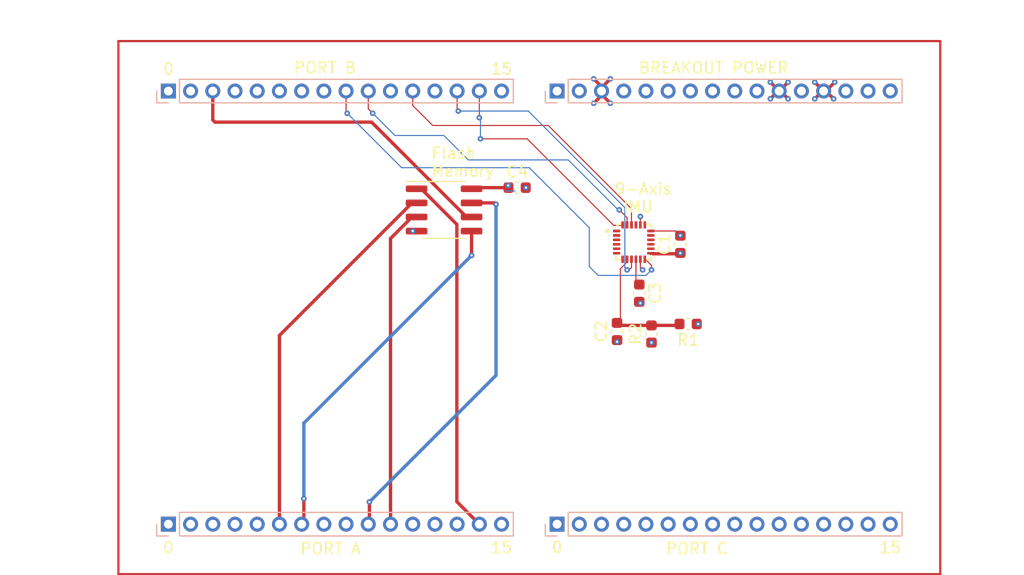
<source format=kicad_pcb>
(kicad_pcb (version 20221018) (generator pcbnew)
  (layers (0 "F.Cu" signal) (1 "In1.Cu" power) (2 "In2.Cu" power) (31 "B.Cu" signal) (34 "B.Paste" user) (35 "F.Paste" user) (36 "B.SilkS" user "B.Silkscreen") (37 "F.SilkS" user "F.Silkscreen") (38 "B.Mask" user) (39 "F.Mask" user) (44 "Edge.Cuts" user))
  (net 0 "")
  (net 1 "+3V3")
  (net 2 "GND")
  (net 38 "unconnected-(J3-Pin_11-Pad11)")
  (net 51 "unconnected-(J3-Pin_16-Pad16)")
  (net 53 "Net-(U1-VDDIO)")
  (net 54 "Net-(U1-REGOUT)")
  (net 62 "IMUOUT")
  (net 63 "IMUINT")
  (net 70 "IMUSEL")
  (net 71 "IMUCLK")
  (net 72 "IMUIN")
  (net 73 "MEMSEL")
  (net 74 "MEMOUT")
  (net 75 "MEMWP")
  (net 76 "MEMIN")
  (net 77 "MEMCLK")
  (net 78 "MEMHOLD")
  (footprint "Package_SO:SOIC-8_3.9x4.9mm_P1.27mm" (layer "F.Cu") (at 139.425 63.205)
    (fp_text reference "U2" hide)
    (fp_text value "AT25SF081-SSHD-X")
    (fp_line (start 0 -2.56) (end -3.45 -2.56) (stroke (width 0.12)) (layer "F.SilkS"))
    (fp_line (start 0 -2.56) (end 1.95 -2.56) (stroke (width 0.12)) (layer "F.SilkS"))
    (fp_line (start 0 2.56) (end -1.95 2.56) (stroke (width 0.12)) (layer "F.SilkS"))
    (fp_line (start 0 2.56) (end 1.95 2.56) (stroke (width 0.12)) (layer "F.SilkS"))
    (pad "1" smd roundrect (at -2.475 -1.905) (size 1.95 0.6) (layers "F.Cu" "F.Paste" "F.Mask") (net 73 "MEMSEL"))
    (pad "2" smd roundrect (at -2.475 -0.635) (size 1.95 0.6) (layers "F.Cu" "F.Paste" "F.Mask") (net 74 "MEMOUT"))
    (pad "3" smd roundrect (at -2.475 0.635) (size 1.95 0.6) (layers "F.Cu" "F.Paste" "F.Mask") (net 75 "MEMWP"))
    (pad "4" smd roundrect (at -2.475 1.905) (size 1.95 0.6) (layers "F.Cu" "F.Paste" "F.Mask") (net 2 "GND"))
    (pad "5" smd roundrect (at 2.475 1.905) (size 1.95 0.6) (layers "F.Cu" "F.Paste" "F.Mask") (net 76 "MEMIN"))
    (pad "6" smd roundrect (at 2.475 0.635) (size 1.95 0.6) (layers "F.Cu" "F.Paste" "F.Mask") (net 77 "MEMCLK"))
    (pad "7" smd roundrect (at 2.475 -0.635) (size 1.95 0.6) (layers "F.Cu" "F.Paste" "F.Mask") (net 78 "MEMHOLD"))
    (pad "8" smd roundrect (at 2.475 -1.905) (size 1.95 0.6) (layers "F.Cu" "F.Paste" "F.Mask") (net 1 "+3V3"))
  )
  (footprint "ICM-20948:QFN40P300X300X105-24N" (layer "F.Cu") (at 156.5 66.1)
    (fp_text reference "REF**" hide)
    (fp_text value "QFN40P300X300X105-24N")
    (fp_line (start -1.5 -1.5) (end -1.5 -1.43) (stroke (width 0.127)) (layer "F.SilkS"))
    (fp_line (start -1.5 1.43) (end -1.5 1.5) (stroke (width 0.127)) (layer "F.SilkS"))
    (fp_line (start -1.5 1.5) (end -1.43 1.5) (stroke (width 0.127)) (layer "F.SilkS"))
    (fp_line (start -1.43 -1.5) (end -1.5 -1.5) (stroke (width 0.127)) (layer "F.SilkS"))
    (fp_line (start 1.43 1.5) (end 1.5 1.5) (stroke (width 0.127)) (layer "F.SilkS"))
    (fp_line (start 1.5 -1.5) (end 1.43 -1.5) (stroke (width 0.127)) (layer "F.SilkS"))
    (fp_line (start 1.5 -1.43) (end 1.5 -1.5) (stroke (width 0.127)) (layer "F.SilkS"))
    (fp_line (start 1.5 1.5) (end 1.5 1.43) (stroke (width 0.127)) (layer "F.SilkS"))
    (fp_circle (center -2.4 -1) (end -2.3 -1) (stroke (width 0.2)) (fill none) (layer "F.SilkS"))
    (pad "1" smd roundrect (at -1.545 -1) (size 0.64 0.22) (layers "F.Cu" "F.Paste" "F.Mask") (roundrect_rratio 0.125))
    (pad "2" smd roundrect (at -1.545 -0.6) (size 0.64 0.22) (layers "F.Cu" "F.Paste" "F.Mask") (roundrect_rratio 0.125))
    (pad "3" smd roundrect (at -1.545 -0.2) (size 0.64 0.22) (layers "F.Cu" "F.Paste" "F.Mask") (roundrect_rratio 0.125))
    (pad "4" smd roundrect (at -1.545 0.2) (size 0.64 0.22) (layers "F.Cu" "F.Paste" "F.Mask") (roundrect_rratio 0.125))
    (pad "5" smd roundrect (at -1.545 0.6) (size 0.64 0.22) (layers "F.Cu" "F.Paste" "F.Mask") (roundrect_rratio 0.125))
    (pad "6" smd roundrect (at -1.545 1) (size 0.64 0.22) (layers "F.Cu" "F.Paste" "F.Mask") (roundrect_rratio 0.125))
    (pad "7" smd roundrect (at -1 1.545) (size 0.22 0.64) (layers "F.Cu" "F.Paste" "F.Mask") (roundrect_rratio 0.125))
    (pad "8" smd roundrect (at -0.6 1.545) (size 0.22 0.64) (layers "F.Cu" "F.Paste" "F.Mask") (roundrect_rratio 0.125))
    (pad "9" smd roundrect (at -0.2 1.545) (size 0.22 0.64) (layers "F.Cu" "F.Paste" "F.Mask") (roundrect_rratio 0.125))
    (pad "10" smd roundrect (at 0.2 1.545) (size 0.22 0.64) (layers "F.Cu" "F.Paste" "F.Mask") (roundrect_rratio 0.125))
    (pad "11" smd roundrect (at 0.6 1.545) (size 0.22 0.64) (layers "F.Cu" "F.Paste" "F.Mask") (roundrect_rratio 0.125))
    (pad "12" smd roundrect (at 1 1.545) (size 0.22 0.64) (layers "F.Cu" "F.Paste" "F.Mask") (roundrect_rratio 0.125))
    (pad "13" smd roundrect (at 1.545 1) (size 0.64 0.22) (layers "F.Cu" "F.Paste" "F.Mask") (roundrect_rratio 0.125))
    (pad "14" smd roundrect (at 1.545 0.6) (size 0.64 0.22) (layers "F.Cu" "F.Paste" "F.Mask") (roundrect_rratio 0.125))
    (pad "15" smd roundrect (at 1.545 0.2) (size 0.64 0.22) (layers "F.Cu" "F.Paste" "F.Mask") (roundrect_rratio 0.125))
    (pad "16" smd roundrect (at 1.545 -0.2) (size 0.64 0.22) (layers "F.Cu" "F.Paste" "F.Mask") (roundrect_rratio 0.125))
    (pad "17" smd roundrect (at 1.545 -0.6) (size 0.64 0.22) (layers "F.Cu" "F.Paste" "F.Mask") (roundrect_rratio 0.125))
    (pad "18" smd roundrect (at 1.545 -1) (size 0.64 0.22) (layers "F.Cu" "F.Paste" "F.Mask") (roundrect_rratio 0.125))
    (pad "19" smd roundrect (at 1 -1.545) (size 0.22 0.64) (layers "F.Cu" "F.Paste" "F.Mask") (roundrect_rratio 0.125))
    (pad "20" smd roundrect (at 0.6 -1.545) (size 0.22 0.64) (layers "F.Cu" "F.Paste" "F.Mask") (roundrect_rratio 0.125))
    (pad "21" smd roundrect (at 0.2 -1.545) (size 0.22 0.64) (layers "F.Cu" "F.Paste" "F.Mask") (roundrect_rratio 0.125))
    (pad "22" smd roundrect (at -0.2 -1.545) (size 0.22 0.64) (layers "F.Cu" "F.Paste" "F.Mask") (roundrect_rratio 0.125))
    (pad "23" smd roundrect (at -0.6 -1.545) (size 0.22 0.64) (layers "F.Cu" "F.Paste" "F.Mask") (roundrect_rratio 0.125))
    (pad "24" smd roundrect (at -1 -1.545) (size 0.22 0.64) (layers "F.Cu" "F.Paste" "F.Mask") (roundrect_rratio 0.125))
  )
  (footprint "Capacitor_SMD:C_0603_1608Metric" (layer "F.Cu") (at 146 61.2)
    (fp_text reference "C4" (at 0 -1.43) (layer "F.SilkS"))
    (fp_text value "1uF")
    (fp_line (start -0.14058 -0.51) (end 0.14058 -0.51) (stroke (width 0.12)) (layer "F.SilkS"))
    (fp_line (start -0.14058 0.51) (end 0.14058 0.51) (stroke (width 0.12)) (layer "F.SilkS"))
    (pad "1" smd roundrect (at -0.775 0) (size 0.9 0.95) (layers "F.Cu" "F.Paste" "F.Mask") (net 1 "+3V3"))
    (pad "2" smd roundrect (at 0.775 0) (size 0.9 0.95) (layers "F.Cu" "F.Paste" "F.Mask") (net 2 "GND"))
  )
  (footprint "Capacitor_SMD:C_0603_1608Metric" (layer "F.Cu") (at 157 70.7 -90)
    (fp_text reference "C3" (at 0 -1.43 90) (layer "F.SilkS"))
    (fp_text value "0u1F")
    (fp_line (start -0.14058 -0.51) (end 0.14058 -0.51) (stroke (width 0.12)) (layer "F.SilkS"))
    (fp_line (start -0.14058 0.51) (end 0.14058 0.51) (stroke (width 0.12)) (layer "F.SilkS"))
    (pad "1" smd roundrect (at -0.775 0 270) (size 0.9 0.95) (layers "F.Cu" "F.Paste" "F.Mask") (net 54 "Net-(U1-REGOUT)"))
    (pad "2" smd roundrect (at 0.775 0 270) (size 0.9 0.95) (layers "F.Cu" "F.Paste" "F.Mask") (net 2 "GND"))
  )
  (footprint "Capacitor_SMD:C_0603_1608Metric" (layer "F.Cu") (at 160.7 66.3 90)
    (fp_text reference "C1" (at 0 -1.43 90) (layer "F.SilkS"))
    (fp_text value "0u1F")
    (fp_line (start -0.14058 -0.51) (end 0.14058 -0.51) (stroke (width 0.12)) (layer "F.SilkS"))
    (fp_line (start -0.14058 0.51) (end 0.14058 0.51) (stroke (width 0.12)) (layer "F.SilkS"))
    (pad "1" smd roundrect (at -0.775 0 90) (size 0.9 0.95) (layers "F.Cu" "F.Paste" "F.Mask") (net 1 "+3V3"))
    (pad "2" smd roundrect (at 0.775 0 90) (size 0.9 0.95) (layers "F.Cu" "F.Paste" "F.Mask") (net 2 "GND"))
  )
  (footprint "Capacitor_SMD:C_0603_1608Metric" (layer "F.Cu") (at 161.4 73.475 180)
    (fp_text reference "R1" (at 0 -1.43) (layer "F.SilkS"))
    (fp_text value "1k6")
    (fp_line (start -0.14058 -0.51) (end 0.14058 -0.51) (stroke (width 0.12)) (layer "F.SilkS"))
    (fp_line (start -0.14058 0.51) (end 0.14058 0.51) (stroke (width 0.12)) (layer "F.SilkS"))
    (pad "1" smd roundrect (at -0.775 0 180) (size 0.9 0.95) (layers "F.Cu" "F.Paste" "F.Mask") (net 1 "+3V3"))
    (pad "2" smd roundrect (at 0.775 0 180) (size 0.9 0.95) (layers "F.Cu" "F.Paste" "F.Mask") (net 53 "Net-(U1-VDDIO)"))
  )
  (footprint "Capacitor_SMD:C_0603_1608Metric" (layer "F.Cu") (at 155 74.15 90)
    (fp_text reference "C2" (at 0 -1.43 90) (layer "F.SilkS"))
    (fp_text value "0u1F")
    (fp_line (start -0.14058 -0.51) (end 0.14058 -0.51) (stroke (width 0.12)) (layer "F.SilkS"))
    (fp_line (start -0.14058 0.51) (end 0.14058 0.51) (stroke (width 0.12)) (layer "F.SilkS"))
    (pad "1" smd roundrect (at -0.775 0 90) (size 0.9 0.95) (layers "F.Cu" "F.Paste" "F.Mask") (net 2 "GND"))
    (pad "2" smd roundrect (at 0.775 0 90) (size 0.9 0.95) (layers "F.Cu" "F.Paste" "F.Mask") (net 53 "Net-(U1-VDDIO)"))
  )
  (footprint "Capacitor_SMD:C_0603_1608Metric" (layer "F.Cu") (at 158.1 74.375 90)
    (fp_text reference "R2" (at 0 -1.43 90) (layer "F.SilkS"))
    (fp_text value "2k")
    (fp_line (start -0.14058 -0.51) (end 0.14058 -0.51) (stroke (width 0.12)) (layer "F.SilkS"))
    (fp_line (start -0.14058 0.51) (end 0.14058 0.51) (stroke (width 0.12)) (layer "F.SilkS"))
    (pad "1" smd roundrect (at -0.775 0 90) (size 0.9 0.95) (layers "F.Cu" "F.Paste" "F.Mask") (net 2 "GND"))
    (pad "2" smd roundrect (at 0.775 0 90) (size 0.9 0.95) (layers "F.Cu" "F.Paste" "F.Mask") (net 53 "Net-(U1-VDDIO)"))
  )
  (footprint "ICM-20948:QFN40P300X300X105-24N" (layer "F.Cu") (at 156.5 66.1)
    (fp_text reference "REF**" hide)
    (fp_text value "QFN40P300X300X105-24N")
    (fp_line (start -1.5 -1.5) (end -1.5 -1.43) (stroke (width 0.127)) (layer "F.SilkS"))
    (fp_line (start -1.5 1.43) (end -1.5 1.5) (stroke (width 0.127)) (layer "F.SilkS"))
    (fp_line (start -1.5 1.5) (end -1.43 1.5) (stroke (width 0.127)) (layer "F.SilkS"))
    (fp_line (start -1.43 -1.5) (end -1.5 -1.5) (stroke (width 0.127)) (layer "F.SilkS"))
    (fp_line (start 1.43 1.5) (end 1.5 1.5) (stroke (width 0.127)) (layer "F.SilkS"))
    (fp_line (start 1.5 -1.5) (end 1.43 -1.5) (stroke (width 0.127)) (layer "F.SilkS"))
    (fp_line (start 1.5 -1.43) (end 1.5 -1.5) (stroke (width 0.127)) (layer "F.SilkS"))
    (fp_line (start 1.5 1.5) (end 1.5 1.43) (stroke (width 0.127)) (layer "F.SilkS"))
    (fp_circle (center -2.4 -1) (end -2.3 -1) (stroke (width 0.2)) (fill none) (layer "F.SilkS"))
    (pad "1" smd roundrect (at -1.545 -1) (size 0.64 0.22) (layers "F.Cu" "F.Paste" "F.Mask") (roundrect_rratio 0.125))
    (pad "2" smd roundrect (at -1.545 -0.6) (size 0.64 0.22) (layers "F.Cu" "F.Paste" "F.Mask") (roundrect_rratio 0.125))
    (pad "3" smd roundrect (at -1.545 -0.2) (size 0.64 0.22) (layers "F.Cu" "F.Paste" "F.Mask") (roundrect_rratio 0.125))
    (pad "4" smd roundrect (at -1.545 0.2) (size 0.64 0.22) (layers "F.Cu" "F.Paste" "F.Mask") (roundrect_rratio 0.125))
    (pad "5" smd roundrect (at -1.545 0.6) (size 0.64 0.22) (layers "F.Cu" "F.Paste" "F.Mask") (roundrect_rratio 0.125))
    (pad "6" smd roundrect (at -1.545 1) (size 0.64 0.22) (layers "F.Cu" "F.Paste" "F.Mask") (roundrect_rratio 0.125))
    (pad "7" smd roundrect (at -1 1.545) (size 0.22 0.64) (layers "F.Cu" "F.Paste" "F.Mask") (roundrect_rratio 0.125))
    (pad "8" smd roundrect (at -0.6 1.545) (size 0.22 0.64) (layers "F.Cu" "F.Paste" "F.Mask") (roundrect_rratio 0.125))
    (pad "9" smd roundrect (at -0.2 1.545) (size 0.22 0.64) (layers "F.Cu" "F.Paste" "F.Mask") (roundrect_rratio 0.125))
    (pad "10" smd roundrect (at 0.2 1.545) (size 0.22 0.64) (layers "F.Cu" "F.Paste" "F.Mask") (roundrect_rratio 0.125))
    (pad "11" smd roundrect (at 0.6 1.545) (size 0.22 0.64) (layers "F.Cu" "F.Paste" "F.Mask") (roundrect_rratio 0.125))
    (pad "12" smd roundrect (at 1 1.545) (size 0.22 0.64) (layers "F.Cu" "F.Paste" "F.Mask") (roundrect_rratio 0.125))
    (pad "13" smd roundrect (at 1.545 1) (size 0.64 0.22) (layers "F.Cu" "F.Paste" "F.Mask") (roundrect_rratio 0.125))
    (pad "14" smd roundrect (at 1.545 0.6) (size 0.64 0.22) (layers "F.Cu" "F.Paste" "F.Mask") (roundrect_rratio 0.125))
    (pad "15" smd roundrect (at 1.545 0.2) (size 0.64 0.22) (layers "F.Cu" "F.Paste" "F.Mask") (roundrect_rratio 0.125))
    (pad "16" smd roundrect (at 1.545 -0.2) (size 0.64 0.22) (layers "F.Cu" "F.Paste" "F.Mask") (roundrect_rratio 0.125))
    (pad "17" smd roundrect (at 1.545 -0.6) (size 0.64 0.22) (layers "F.Cu" "F.Paste" "F.Mask") (roundrect_rratio 0.125))
    (pad "18" smd roundrect (at 1.545 -1) (size 0.64 0.22) (layers "F.Cu" "F.Paste" "F.Mask") (roundrect_rratio 0.125))
    (pad "19" smd roundrect (at 1 -1.545) (size 0.22 0.64) (layers "F.Cu" "F.Paste" "F.Mask") (roundrect_rratio 0.125))
    (pad "20" smd roundrect (at 0.6 -1.545) (size 0.22 0.64) (layers "F.Cu" "F.Paste" "F.Mask") (roundrect_rratio 0.125))
    (pad "21" smd roundrect (at 0.2 -1.545) (size 0.22 0.64) (layers "F.Cu" "F.Paste" "F.Mask") (roundrect_rratio 0.125))
    (pad "22" smd roundrect (at -0.2 -1.545) (size 0.22 0.64) (layers "F.Cu" "F.Paste" "F.Mask") (roundrect_rratio 0.125))
    (pad "23" smd roundrect (at -0.6 -1.545) (size 0.22 0.64) (layers "F.Cu" "F.Paste" "F.Mask") (roundrect_rratio 0.125))
    (pad "24" smd roundrect (at -1 -1.545) (size 0.22 0.64) (layers "F.Cu" "F.Paste" "F.Mask") (roundrect_rratio 0.125))
  )
  (footprint "Sensor_Motion:InvenSense_QFN-24_3x3mm_P0.4mm" (layer "F.Cu") (at 156.5 66.1)
    (fp_text reference "U1" hide)
    (fp_text value "ICM-20948")
    (fp_line (start -1.6 -1.6) (end -1.2 -1.6) (stroke (width 0.15)) (layer "F.SilkS"))
    (fp_line (start -1.6 1.6) (end -1.6 1.2) (stroke (width 0.15)) (layer "F.SilkS"))
    (fp_line (start -1.6 1.6) (end -1.2 1.6) (stroke (width 0.15)) (layer "F.SilkS"))
    (fp_line (start 1.6 -1.6) (end 1.2 -1.6) (stroke (width 0.15)) (layer "F.SilkS"))
    (fp_line (start 1.6 -1.6) (end 1.6 -1.2) (stroke (width 0.15)) (layer "F.SilkS"))
    (fp_line (start 1.6 1.6) (end 1.2 1.6) (stroke (width 0.15)) (layer "F.SilkS"))
    (fp_line (start 1.6 1.6) (end 1.6 1.2) (stroke (width 0.15)) (layer "F.SilkS"))
    (pad "1" smd roundrect (at -1.5 -1) (size 0.55 0.2) (layers "F.Cu" "F.Paste" "F.Mask"))
    (pad "2" smd roundrect (at -1.5 -0.6) (size 0.55 0.2) (layers "F.Cu" "F.Paste" "F.Mask"))
    (pad "3" smd roundrect (at -1.5 -0.2) (size 0.55 0.2) (layers "F.Cu" "F.Paste" "F.Mask"))
    (pad "4" smd roundrect (at -1.5 0.2) (size 0.55 0.2) (layers "F.Cu" "F.Paste" "F.Mask"))
    (pad "5" smd roundrect (at -1.5 0.6) (size 0.55 0.2) (layers "F.Cu" "F.Paste" "F.Mask"))
    (pad "6" smd roundrect (at -1.5 1) (size 0.55 0.2) (layers "F.Cu" "F.Paste" "F.Mask"))
    (pad "7" smd roundrect (at -1 1.5 90) (size 0.55 0.2) (layers "F.Cu" "F.Paste" "F.Mask"))
    (pad "8" smd roundrect (at -0.6 1.5 90) (size 0.55 0.2) (layers "F.Cu" "F.Paste" "F.Mask") (net 53 "Net-(U1-VDDIO)"))
    (pad "9" smd roundrect (at -0.2 1.5 90) (size 0.55 0.2) (layers "F.Cu" "F.Paste" "F.Mask") (net 62 "IMUOUT"))
    (pad "10" smd roundrect (at 0.2 1.5 90) (size 0.55 0.2) (layers "F.Cu" "F.Paste" "F.Mask") (net 54 "Net-(U1-REGOUT)"))
    (pad "11" smd roundrect (at 0.6 1.5 90) (size 0.55 0.2) (layers "F.Cu" "F.Paste" "F.Mask") (net 2 "GND"))
    (pad "12" smd roundrect (at 1 1.5 90) (size 0.55 0.2) (layers "F.Cu" "F.Paste" "F.Mask") (net 63 "IMUINT"))
    (pad "13" smd roundrect (at 1.5 1) (size 0.55 0.2) (layers "F.Cu" "F.Paste" "F.Mask") (net 1 "+3V3"))
    (pad "14" smd roundrect (at 1.5 0.6) (size 0.55 0.2) (layers "F.Cu" "F.Paste" "F.Mask"))
    (pad "15" smd roundrect (at 1.5 0.2) (size 0.55 0.2) (layers "F.Cu" "F.Paste" "F.Mask"))
    (pad "16" smd roundrect (at 1.5 -0.2) (size 0.55 0.2) (layers "F.Cu" "F.Paste" "F.Mask"))
    (pad "17" smd roundrect (at 1.5 -0.6) (size 0.55 0.2) (layers "F.Cu" "F.Paste" "F.Mask"))
    (pad "18" smd roundrect (at 1.5 -1) (size 0.55 0.2) (layers "F.Cu" "F.Paste" "F.Mask") (net 2 "GND"))
    (pad "19" smd roundrect (at 1 -1.5 90) (size 0.55 0.2) (layers "F.Cu" "F.Paste" "F.Mask"))
    (pad "20" smd roundrect (at 0.6 -1.5 90) (size 0.55 0.2) (layers "F.Cu" "F.Paste" "F.Mask") (net 2 "GND"))
    (pad "21" smd roundrect (at 0.2 -1.5 90) (size 0.55 0.2) (layers "F.Cu" "F.Paste" "F.Mask"))
    (pad "22" smd roundrect (at -0.2 -1.5 90) (size 0.55 0.2) (layers "F.Cu" "F.Paste" "F.Mask") (net 70 "IMUSEL"))
    (pad "23" smd roundrect (at -0.6 -1.5 90) (size 0.55 0.2) (layers "F.Cu" "F.Paste" "F.Mask") (net 71 "IMUCLK"))
    (pad "24" smd roundrect (at -1 -1.5 90) (size 0.55 0.2) (layers "F.Cu" "F.Paste" "F.Mask") (net 72 "IMUIN"))
  )
  (footprint "Connector_PinSocket_2.00mm:PinSocket_1x16_P2.00mm_Vertical" (layer "B.Cu") (at 114.6 52.5 -90)
    (fp_text reference "J3" hide)
    (fp_text value "PORT B" (at -2.1 -14.1 180) (layer "F.SilkS"))
    (fp_line (start -1.06 -31.06) (end 1.06 -31.06) (stroke (width 0.12)) (layer "B.SilkS"))
    (fp_line (start -1.06 -1) (end -1.06 -31.06) (stroke (width 0.12)) (layer "B.SilkS"))
    (fp_line (start -1.06 -1) (end 1.06 -1) (stroke (width 0.12)) (layer "B.SilkS"))
    (fp_line (start 0 1.06) (end 1.06 1.06) (stroke (width 0.12)) (layer "B.SilkS"))
    (fp_line (start 1.06 -1) (end 1.06 -31.06) (stroke (width 0.12)) (layer "B.SilkS"))
    (fp_line (start 1.06 1.06) (end 1.06 0) (stroke (width 0.12)) (layer "B.SilkS"))
    (pad "1" thru_hole rect (at 0 0 270) (size 1.35 1.35) (drill 0.8) (layers "*.Cu" "*.Mask"))
    (pad "2" thru_hole oval (at 0 -2 270) (size 1.35 1.35) (drill 0.8) (layers "*.Cu" "*.Mask"))
    (pad "3" thru_hole oval (at 0 -4 270) (size 1.35 1.35) (drill 0.8) (layers "*.Cu" "*.Mask") (net 77 "MEMCLK"))
    (pad "4" thru_hole oval (at 0 -6 270) (size 1.35 1.35) (drill 0.8) (layers "*.Cu" "*.Mask"))
    (pad "5" thru_hole oval (at 0 -8 270) (size 1.35 1.35) (drill 0.8) (layers "*.Cu" "*.Mask"))
    (pad "6" thru_hole oval (at 0 -10 270) (size 1.35 1.35) (drill 0.8) (layers "*.Cu" "*.Mask"))
    (pad "7" thru_hole oval (at 0 -12 270) (size 1.35 1.35) (drill 0.8) (layers "*.Cu" "*.Mask"))
    (pad "8" thru_hole oval (at 0 -14 270) (size 1.35 1.35) (drill 0.8) (layers "*.Cu" "*.Mask"))
    (pad "9" thru_hole oval (at 0 -16 270) (size 1.35 1.35) (drill 0.8) (layers "*.Cu" "*.Mask") (net 63 "IMUINT"))
    (pad "10" thru_hole oval (at 0 -18 270) (size 1.35 1.35) (drill 0.8) (layers "*.Cu" "*.Mask") (net 71 "IMUCLK"))
    (pad "11" thru_hole oval (at 0 -20 270) (size 1.35 1.35) (drill 0.8) (layers "*.Cu" "*.Mask") (net 38 "unconnected-(J3-Pin_11-Pad11)"))
    (pad "12" thru_hole oval (at 0 -22 270) (size 1.35 1.35) (drill 0.8) (layers "*.Cu" "*.Mask") (net 70 "IMUSEL"))
    (pad "13" thru_hole oval (at 0 -24 270) (size 1.35 1.35) (drill 0.8) (layers "*.Cu" "*.Mask"))
    (pad "14" thru_hole oval (at 0 -26 270) (size 1.35 1.35) (drill 0.8) (layers "*.Cu" "*.Mask") (net 62 "IMUOUT"))
    (pad "15" thru_hole oval (at 0 -28 270) (size 1.35 1.35) (drill 0.8) (layers "*.Cu" "*.Mask") (net 72 "IMUIN"))
    (pad "16" thru_hole oval (at 0 -30 270) (size 1.35 1.35) (drill 0.8) (layers "*.Cu" "*.Mask") (net 51 "unconnected-(J3-Pin_16-Pad16)"))
  )
  (footprint "Connector_PinSocket_2.00mm:PinSocket_1x16_P2.00mm_Vertical" (layer "B.Cu") (at 149.6 52.5 -90)
    (fp_text reference "J4" hide)
    (fp_text value "BREAKOUT POWER" (at -2.1 -14.1) (layer "F.SilkS"))
    (fp_line (start -1.06 -31.06) (end 1.06 -31.06) (stroke (width 0.12)) (layer "B.SilkS"))
    (fp_line (start -1.06 -1) (end -1.06 -31.06) (stroke (width 0.12)) (layer "B.SilkS"))
    (fp_line (start -1.06 -1) (end 1.06 -1) (stroke (width 0.12)) (layer "B.SilkS"))
    (fp_line (start 0 1.06) (end 1.06 1.06) (stroke (width 0.12)) (layer "B.SilkS"))
    (fp_line (start 1.06 -1) (end 1.06 -31.06) (stroke (width 0.12)) (layer "B.SilkS"))
    (fp_line (start 1.06 1.06) (end 1.06 0) (stroke (width 0.12)) (layer "B.SilkS"))
    (pad "1" thru_hole rect (at 0 0 270) (size 1.35 1.35) (drill 0.8) (layers "*.Cu" "*.Mask"))
    (pad "2" thru_hole oval (at 0 -2 270) (size 1.35 1.35) (drill 0.8) (layers "*.Cu" "*.Mask"))
    (pad "3" thru_hole oval (at 0 -4 270) (size 1.35 1.35) (drill 0.8) (layers "*.Cu" "*.Mask") (net 1 "+3V3"))
    (pad "4" thru_hole oval (at 0 -6 270) (size 1.35 1.35) (drill 0.8) (layers "*.Cu" "*.Mask"))
    (pad "5" thru_hole oval (at 0 -8 270) (size 1.35 1.35) (drill 0.8) (layers "*.Cu" "*.Mask"))
    (pad "6" thru_hole oval (at 0 -10 270) (size 1.35 1.35) (drill 0.8) (layers "*.Cu" "*.Mask"))
    (pad "7" thru_hole oval (at 0 -12 270) (size 1.35 1.35) (drill 0.8) (layers "*.Cu" "*.Mask"))
    (pad "8" thru_hole oval (at 0 -14 270) (size 1.35 1.35) (drill 0.8) (layers "*.Cu" "*.Mask"))
    (pad "9" thru_hole oval (at 0 -16 270) (size 1.35 1.35) (drill 0.8) (layers "*.Cu" "*.Mask"))
    (pad "10" thru_hole oval (at 0 -18 270) (size 1.35 1.35) (drill 0.8) (layers "*.Cu" "*.Mask"))
    (pad "11" thru_hole oval (at 0 -20 270) (size 1.35 1.35) (drill 0.8) (layers "*.Cu" "*.Mask") (net 2 "GND"))
    (pad "12" thru_hole oval (at 0 -22 270) (size 1.35 1.35) (drill 0.8) (layers "*.Cu" "*.Mask"))
    (pad "13" thru_hole oval (at 0 -24 270) (size 1.35 1.35) (drill 0.8) (layers "*.Cu" "*.Mask") (net 2 "GND"))
    (pad "14" thru_hole oval (at 0 -26 270) (size 1.35 1.35) (drill 0.8) (layers "*.Cu" "*.Mask"))
    (pad "15" thru_hole oval (at 0 -28 270) (size 1.35 1.35) (drill 0.8) (layers "*.Cu" "*.Mask"))
    (pad "16" thru_hole oval (at 0 -30 270) (size 1.35 1.35) (drill 0.8) (layers "*.Cu" "*.Mask"))
  )
  (footprint "Connector_PinSocket_2.00mm:PinSocket_1x16_P2.00mm_Vertical" (layer "B.Cu") (at 114.6 91.5 -90)
    (fp_text reference "J2" hide)
    (fp_text value "PORT A" (at 2.2 -14.6 180) (layer "F.SilkS"))
    (fp_line (start -1.06 -31.06) (end 1.06 -31.06) (stroke (width 0.12)) (layer "B.SilkS"))
    (fp_line (start -1.06 -1) (end -1.06 -31.06) (stroke (width 0.12)) (layer "B.SilkS"))
    (fp_line (start -1.06 -1) (end 1.06 -1) (stroke (width 0.12)) (layer "B.SilkS"))
    (fp_line (start 0 1.06) (end 1.06 1.06) (stroke (width 0.12)) (layer "B.SilkS"))
    (fp_line (start 1.06 -1) (end 1.06 -31.06) (stroke (width 0.12)) (layer "B.SilkS"))
    (fp_line (start 1.06 1.06) (end 1.06 0) (stroke (width 0.12)) (layer "B.SilkS"))
    (pad "1" thru_hole rect (at 0 0 270) (size 1.35 1.35) (drill 0.8) (layers "*.Cu" "*.Mask"))
    (pad "2" thru_hole oval (at 0 -2 270) (size 1.35 1.35) (drill 0.8) (layers "*.Cu" "*.Mask"))
    (pad "3" thru_hole oval (at 0 -4 270) (size 1.35 1.35) (drill 0.8) (layers "*.Cu" "*.Mask"))
    (pad "4" thru_hole oval (at 0 -6 270) (size 1.35 1.35) (drill 0.8) (layers "*.Cu" "*.Mask"))
    (pad "5" thru_hole oval (at 0 -8 270) (size 1.35 1.35) (drill 0.8) (layers "*.Cu" "*.Mask"))
    (pad "6" thru_hole oval (at 0 -10 270) (size 1.35 1.35) (drill 0.8) (layers "*.Cu" "*.Mask") (net 74 "MEMOUT"))
    (pad "7" thru_hole oval (at 0 -12 270) (size 1.35 1.35) (drill 0.8) (layers "*.Cu" "*.Mask") (net 76 "MEMIN"))
    (pad "8" thru_hole oval (at 0 -14 270) (size 1.35 1.35) (drill 0.8) (layers "*.Cu" "*.Mask"))
    (pad "9" thru_hole oval (at 0 -16 270) (size 1.35 1.35) (drill 0.8) (layers "*.Cu" "*.Mask"))
    (pad "10" thru_hole oval (at 0 -18 270) (size 1.35 1.35) (drill 0.8) (layers "*.Cu" "*.Mask") (net 78 "MEMHOLD"))
    (pad "11" thru_hole oval (at 0 -20 270) (size 1.35 1.35) (drill 0.8) (layers "*.Cu" "*.Mask") (net 75 "MEMWP"))
    (pad "12" thru_hole oval (at 0 -22 270) (size 1.35 1.35) (drill 0.8) (layers "*.Cu" "*.Mask"))
    (pad "13" thru_hole oval (at 0 -24 270) (size 1.35 1.35) (drill 0.8) (layers "*.Cu" "*.Mask"))
    (pad "14" thru_hole oval (at 0 -26 270) (size 1.35 1.35) (drill 0.8) (layers "*.Cu" "*.Mask"))
    (pad "15" thru_hole oval (at 0 -28 270) (size 1.35 1.35) (drill 0.8) (layers "*.Cu" "*.Mask") (net 73 "MEMSEL"))
    (pad "16" thru_hole oval (at 0 -30 270) (size 1.35 1.35) (drill 0.8) (layers "*.Cu" "*.Mask"))
  )
  (footprint "Connector_PinSocket_2.00mm:PinSocket_1x16_P2.00mm_Vertical" (layer "B.Cu") (at 149.6 91.5 -90)
    (fp_text reference "J1" hide)
    (fp_text value "PORT C" (at 2.2 -12.6 180) (layer "F.SilkS"))
    (fp_line (start -1.06 -31.06) (end 1.06 -31.06) (stroke (width 0.12)) (layer "B.SilkS"))
    (fp_line (start -1.06 -1) (end -1.06 -31.06) (stroke (width 0.12)) (layer "B.SilkS"))
    (fp_line (start -1.06 -1) (end 1.06 -1) (stroke (width 0.12)) (layer "B.SilkS"))
    (fp_line (start 0 1.06) (end 1.06 1.06) (stroke (width 0.12)) (layer "B.SilkS"))
    (fp_line (start 1.06 -1) (end 1.06 -31.06) (stroke (width 0.12)) (layer "B.SilkS"))
    (fp_line (start 1.06 1.06) (end 1.06 0) (stroke (width 0.12)) (layer "B.SilkS"))
    (pad "1" thru_hole rect (at 0 0 270) (size 1.35 1.35) (drill 0.8) (layers "*.Cu" "*.Mask"))
    (pad "2" thru_hole oval (at 0 -2 270) (size 1.35 1.35) (drill 0.8) (layers "*.Cu" "*.Mask"))
    (pad "3" thru_hole oval (at 0 -4 270) (size 1.35 1.35) (drill 0.8) (layers "*.Cu" "*.Mask"))
    (pad "4" thru_hole oval (at 0 -6 270) (size 1.35 1.35) (drill 0.8) (layers "*.Cu" "*.Mask"))
    (pad "5" thru_hole oval (at 0 -8 270) (size 1.35 1.35) (drill 0.8) (layers "*.Cu" "*.Mask"))
    (pad "6" thru_hole oval (at 0 -10 270) (size 1.35 1.35) (drill 0.8) (layers "*.Cu" "*.Mask"))
    (pad "7" thru_hole oval (at 0 -12 270) (size 1.35 1.35) (drill 0.8) (layers "*.Cu" "*.Mask"))
    (pad "8" thru_hole oval (at 0 -14 270) (size 1.35 1.35) (drill 0.8) (layers "*.Cu" "*.Mask"))
    (pad "9" thru_hole oval (at 0 -16 270) (size 1.35 1.35) (drill 0.8) (layers "*.Cu" "*.Mask"))
    (pad "10" thru_hole oval (at 0 -18 270) (size 1.35 1.35) (drill 0.8) (layers "*.Cu" "*.Mask"))
    (pad "11" thru_hole oval (at 0 -20 270) (size 1.35 1.35) (drill 0.8) (layers "*.Cu" "*.Mask"))
    (pad "12" thru_hole oval (at 0 -22 270) (size 1.35 1.35) (drill 0.8) (layers "*.Cu" "*.Mask"))
    (pad "13" thru_hole oval (at 0 -24 270) (size 1.35 1.35) (drill 0.8) (layers "*.Cu" "*.Mask"))
    (pad "14" thru_hole oval (at 0 -26 270) (size 1.35 1.35) (drill 0.8) (layers "*.Cu" "*.Mask"))
    (pad "15" thru_hole oval (at 0 -28 270) (size 1.35 1.35) (drill 0.8) (layers "*.Cu" "*.Mask"))
    (pad "16" thru_hole oval (at 0 -30 270) (size 1.35 1.35) (drill 0.8) (layers "*.Cu" "*.Mask"))
  )
  (gr_line (start 184.1 48) (end 110.1 48) (stroke (width 0.2)) (layer "F.Cu"))
  (gr_line (start 110.1 48) (end 110.1 96) (stroke (width 0.2)) (layer "F.Cu"))
  (gr_line (start 110.1 96) (end 184.1 96) (stroke (width 0.2)) (layer "F.Cu"))
  (gr_line (start 184.1 96) (end 184.1 48) (stroke (width 0.2)) (layer "F.Cu"))
  (gr_text "0\n" (at 114.6 93.6) (layer "F.SilkS") (effects (font (size 1 1))))
  (gr_text "0\n" (at 114.6 50.5) (layer "F.SilkS") (effects (font (size 1 1))))
  (gr_text "15\n" (at 179.6 93.6) (layer "F.SilkS") (effects (font (size 1 1))))
  (gr_text "0\n" (at 149.6 93.6) (layer "F.SilkS") (effects (font (size 1 1))))
  (gr_text "15\n" (at 144.6 93.6) (layer "F.SilkS") (effects (font (size 1 1))))
  (gr_text "15\n" (at 144.6 50.5) (layer "F.SilkS") (effects (font (size 1 1))))
  (gr_text "Flash\nMemory" (at 138.2 60.3) (layer "F.SilkS") (effects (font (size 1 1)) (justify left bottom)))
  (gr_text "9-Axis \n IMU" (at 154.7 63.5) (layer "F.SilkS") (effects (font (size 1 1)) (justify left bottom)))
  (segment (start 153.6 52.5) (end 153.6 52.9) (width 0.3) (layer "F.Cu") (net 1))
  (segment (start 162.175 73.475) (end 162.3 73.475) (width 0.3) (layer "F.Cu") (net 1))
  (segment (start 145.225 61.025) (end 145.2 61) (width 0.3) (layer "F.Cu") (net 1))
  (segment (start 160.7 67.075) (end 160.7 67.1) (width 0.3) (layer "F.Cu") (net 1))
  (segment (start 160.7 67.075) (end 160.7 67.075) (width 0.3) (layer "F.Cu") (net 1))
  (segment (start 160.625 67.15) (end 158.059315 67.15) (width 0.3) (layer "F.Cu") (net 1))
  (segment (start 145.225 61.2) (end 145.225 61.025) (width 0.3) (layer "F.Cu") (net 1))
  (segment (start 160.675 67.1) (end 160.625 67.15) (width 0.3) (layer "F.Cu") (net 1))
  (segment (start 153.6 52.9) (end 152.9 53.6) (width 0.3) (layer "F.Cu") (net 1))
  (segment (start 145.225 61.2) (end 142 61.2) (width 0.3) (layer "F.Cu") (net 1))
  (segment (start 153.6 52.5) (end 153.6 52.1) (width 0.3) (layer "F.Cu") (net 1))
  (segment (start 153.6 52.8) (end 154.4 53.6) (width 0.3) (layer "F.Cu") (net 1))
  (segment (start 153.6 52.2) (end 154.4 51.4) (width 0.3) (layer "F.Cu") (net 1))
  (segment (start 160.7 67.1) (end 160.675 67.1) (width 0.3) (layer "F.Cu") (net 1))
  (segment (start 153.6 52.1) (end 152.9 51.4) (width 0.3) (layer "F.Cu") (net 1))
  (segment (start 142 61.2) (end 141.9 61.3) (width 0.3) (layer "F.Cu") (net 1))
  (segment (start 153.6 52.5) (end 153.6 52.2) (width 0.3) (layer "F.Cu") (net 1))
  (segment (start 153.6 52.5) (end 153.6 52.8) (width 0.3) (layer "F.Cu") (net 1))
  (via (at 160.7 67.1) (size 0.5) (drill 0.2) (layers "F.Cu" "B.Cu") (net 1))
  (via (at 154.4 51.4) (size 0.5) (drill 0.2) (layers "F.Cu" "B.Cu") (net 1))
  (via (at 152.9 51.4) (size 0.5) (drill 0.2) (layers "F.Cu" "B.Cu") (net 1))
  (via (at 154.4 53.6) (size 0.5) (drill 0.2) (layers "F.Cu" "B.Cu") (net 1))
  (via (at 145.2 61) (size 0.5) (drill 0.2) (layers "F.Cu" "B.Cu") (net 1))
  (via (at 152.9 53.6) (size 0.5) (drill 0.2) (layers "F.Cu" "B.Cu") (net 1))
  (via (at 162.3 73.475) (size 0.5) (drill 0.2) (layers "F.Cu" "B.Cu") (net 1))
  (segment (start 173.8 52.5) (end 174.5 53.2) (width 0.3) (layer "F.Cu") (net 2))
  (segment (start 173.6 52.5) (end 173.8 52.5) (width 0.3) (layer "F.Cu") (net 2))
  (segment (start 170.4 51.7) (end 169.6 52.5) (width 0.3) (layer "F.Cu") (net 2))
  (segment (start 173.6 52.5) (end 173.5 52.5) (width 0.3) (layer "F.Cu") (net 2))
  (segment (start 173.6 52.5) (end 172.8 51.7) (width 0.3) (layer "F.Cu") (net 2))
  (segment (start 157.1 64.6) (end 157.1 63.8) (width 0.1) (layer "F.Cu") (net 2))
  (segment (start 169.6 52.5) (end 169.7 52.5) (width 0.3) (layer "F.Cu") (net 2))
  (segment (start 157.1 68.4) (end 157.1 67.6) (width 0.1) (layer "F.Cu") (net 2))
  (segment (start 169.6 52.5) (end 169.5 52.5) (width 0.3) (layer "F.Cu") (net 2))
  (segment (start 160.275 65.1) (end 158 65.1) (width 0.1) (layer "F.Cu") (net 2))
  (segment (start 160.7 65.525) (end 160.7 65.5) (width 0.1) (layer "F.Cu") (net 2))
  (segment (start 157.3 68.6) (end 157.1 68.4) (width 0.1) (layer "F.Cu") (net 2))
  (segment (start 173.8 52.5) (end 174.6 51.7) (width 0.3) (layer "F.Cu") (net 2))
  (segment (start 160.7 65.525) (end 160.7 65.525) (width 0.1) (layer "F.Cu") (net 2))
  (segment (start 169.5 52.5) (end 168.8 53.2) (width 0.3) (layer "F.Cu") (net 2))
  (segment (start 136.95 65.11) (end 136.61 65.11) (width 0.3) (layer "F.Cu") (net 2))
  (segment (start 169.6 52.5) (end 168.8 51.7) (width 0.3) (layer "F.Cu") (net 2))
  (segment (start 136.61 65.11) (end 136.6 65.1) (width 0.3) (layer "F.Cu") (net 2))
  (segment (start 173.5 52.5) (end 172.8 53.2) (width 0.3) (layer "F.Cu") (net 2))
  (segment (start 155 74.925) (end 155 75.075) (width 0.3) (layer "F.Cu") (net 2))
  (segment (start 157 71.475) (end 157 71.5) (width 0.3) (layer "F.Cu") (net 2))
  (segment (start 160.7 65.5) (end 160.675 65.5) (width 0.1) (layer "F.Cu") (net 2))
  (segment (start 169.7 52.5) (end 170.4 53.2) (width 0.3) (layer "F.Cu") (net 2))
  (segment (start 160.675 65.5) (end 160.275 65.1) (width 0.1) (layer "F.Cu") (net 2))
  (segment (start 146.775 61.2) (end 146.8 61.2) (width 0.3) (layer "F.Cu") (net 2))
  (segment (start 157 71.5) (end 157.1 71.6) (width 0.3) (layer "F.Cu") (net 2))
  (via (at 155 75.075) (size 0.5) (drill 0.2) (layers "F.Cu" "B.Cu") (net 2))
  (via (at 174.6 51.7) (size 0.5) (drill 0.2) (layers "F.Cu" "B.Cu") (net 2))
  (via (at 172.8 53.2) (size 0.5) (drill 0.2) (layers "F.Cu" "B.Cu") (net 2))
  (via (at 146.8 61.2) (size 0.5) (drill 0.2) (layers "F.Cu" "B.Cu") (net 2))
  (via (at 168.8 51.7) (size 0.5) (drill 0.2) (layers "F.Cu" "B.Cu") (net 2))
  (via (at 157.3 68.6) (size 0.5) (drill 0.2) (layers "F.Cu" "B.Cu") (net 2))
  (via (at 158.1 75.15) (size 0.5) (drill 0.2) (layers "F.Cu" "B.Cu") (net 2))
  (via (at 170.4 51.7) (size 0.5) (drill 0.2) (layers "F.Cu" "B.Cu") (net 2))
  (via (at 157.1 63.8) (size 0.5) (drill 0.2) (layers "F.Cu" "B.Cu") (net 2))
  (via (at 160.7 65.5) (size 0.5) (drill 0.2) (layers "F.Cu" "B.Cu") (net 2))
  (via (at 157.1 71.6) (size 0.5) (drill 0.2) (layers "F.Cu" "B.Cu") (net 2))
  (via (at 174.5 53.2) (size 0.5) (drill 0.2) (layers "F.Cu" "B.Cu") (net 2))
  (via (at 168.8 53.2) (size 0.5) (drill 0.2) (layers "F.Cu" "B.Cu") (net 2))
  (via (at 136.6 65.1) (size 0.5) (drill 0.2) (layers "F.Cu" "B.Cu") (net 2))
  (via (at 172.8 51.7) (size 0.5) (drill 0.2) (layers "F.Cu" "B.Cu") (net 2))
  (via (at 170.4 53.2) (size 0.5) (drill 0.2) (layers "F.Cu" "B.Cu") (net 2))
  (segment (start 134.7 52.6) (end 134.6 52.5) (width 0.3) (layer "F.Cu") (net 38))
  (segment (start 144.7 52.6) (end 144.6 52.5) (width 0.3) (layer "F.Cu") (net 51))
  (segment (start 155 73.375) (end 155.3 73.075) (width 0.1) (layer "F.Cu") (net 53))
  (segment (start 155.9 67.899264) (end 155.9 67.6) (width 0.1) (layer "F.Cu") (net 53))
  (segment (start 155.3 73.075) (end 155.3 68.499264) (width 0.1) (layer "F.Cu") (net 53))
  (segment (start 155.3 68.499264) (end 155.9 67.899264) (width 0.1) (layer "F.Cu") (net 53))
  (segment (start 158.1 73.6) (end 155.225 73.6) (width 0.3) (layer "F.Cu") (net 53))
  (segment (start 155.225 73.6) (end 155 73.375) (width 0.3) (layer "F.Cu") (net 53))
  (segment (start 158.1 73.6) (end 160.5 73.6) (width 0.3) (layer "F.Cu") (net 53))
  (segment (start 160.5 73.6) (end 160.625 73.475) (width 0.3) (layer "F.Cu") (net 53))
  (segment (start 160.525 73.375) (end 160.625 73.475) (width 0.1) (layer "F.Cu") (net 53))
  (segment (start 157 69.925) (end 156.7 69.625) (width 0.1) (layer "F.Cu") (net 54))
  (segment (start 156.7 69.625) (end 156.7 67.6) (width 0.1) (layer "F.Cu") (net 54))
  (segment (start 140.6 54.2) (end 140.6 52.5) (width 0.1) (layer "F.Cu") (net 62))
  (segment (start 155.904756 68.600909) (end 156.099091 68.600909) (width 0.1) (layer "F.Cu") (net 62))
  (segment (start 140.7 54.3) (end 140.6 54.2) (width 0.1) (layer "F.Cu") (net 62))
  (segment (start 156.099091 68.600909) (end 156.3 68.4) (width 0.1) (layer "F.Cu") (net 62))
  (segment (start 156.3 68.4) (end 156.3 67.6) (width 0.1) (layer "F.Cu") (net 62))
  (via (at 140.7 54.3) (size 0.5) (drill 0.2) (layers "F.Cu" "B.Cu") (net 62))
  (via (at 155.904756 68.600909) (size 0.5) (drill 0.2) (layers "F.Cu" "B.Cu") (net 62))
  (segment (start 155.7 68.396153) (end 155.7 62.992893) (width 0.1) (layer "B.Cu") (net 62))
  (segment (start 147.007107 54.3) (end 140.7 54.3) (width 0.1) (layer "B.Cu") (net 62))
  (segment (start 155.7 62.992893) (end 147.007107 54.3) (width 0.1) (layer "B.Cu") (net 62))
  (segment (start 155.904756 68.600909) (end 155.7 68.396153) (width 0.1) (layer "B.Cu") (net 62))
  (segment (start 130.7 54.5) (end 130.6 54.4) (width 0.1) (layer "F.Cu") (net 63))
  (segment (start 158.1 68.2) (end 158.1 68.6) (width 0.1) (layer "F.Cu") (net 63))
  (segment (start 157.5 67.6) (end 158.1 68.2) (width 0.1) (layer "F.Cu") (net 63))
  (segment (start 130.6 54.4) (end 130.6 52.5) (width 0.1) (layer "F.Cu") (net 63))
  (via (at 130.7 54.5) (size 0.5) (drill 0.2) (layers "F.Cu" "B.Cu") (net 63))
  (via (at 158.1 68.6) (size 0.5) (drill 0.2) (layers "F.Cu" "B.Cu") (net 63))
  (segment (start 152.5 64.8) (end 152.5 68.3) (width 0.1) (layer "B.Cu") (net 63))
  (segment (start 130.7 54.5) (end 135.6 59.4) (width 0.1) (layer "B.Cu") (net 63))
  (segment (start 153.3 69.1) (end 157.6 69.1) (width 0.1) (layer "B.Cu") (net 63))
  (segment (start 157.6 69.1) (end 158.1 68.6) (width 0.1) (layer "B.Cu") (net 63))
  (segment (start 135.6 59.4) (end 147.1 59.4) (width 0.1) (layer "B.Cu") (net 63))
  (segment (start 145.8 61.5) (end 144.992893 61.5) (width 0.1) (layer "B.Cu") (net 63))
  (segment (start 147.1 59.4) (end 152.5 64.8) (width 0.1) (layer "B.Cu") (net 63))
  (segment (start 152.5 68.3) (end 153.3 69.1) (width 0.1) (layer "B.Cu") (net 63))
  (segment (start 138.4 55.6) (end 136.6 53.8) (width 0.1) (layer "F.Cu") (net 70))
  (segment (start 156.3 63.1) (end 148.8 55.6) (width 0.1) (layer "F.Cu") (net 70))
  (segment (start 156.3 64.6) (end 156.3 63.1) (width 0.1) (layer "F.Cu") (net 70))
  (segment (start 148.8 55.6) (end 138.4 55.6) (width 0.1) (layer "F.Cu") (net 70))
  (segment (start 136.6 53.8) (end 136.6 52.5) (width 0.1) (layer "F.Cu") (net 70))
  (segment (start 155.9 63.9) (end 155.2 63.2) (width 0.1) (layer "F.Cu") (net 71))
  (segment (start 132.6 54.1) (end 132.6 52.5) (width 0.1) (layer "F.Cu") (net 71))
  (segment (start 155.9 64.6) (end 155.9 63.9) (width 0.1) (layer "F.Cu") (net 71))
  (segment (start 133 54.5) (end 132.6 54.1) (width 0.1) (layer "F.Cu") (net 71))
  (via (at 155.2 63.2) (size 0.5) (drill 0.2) (layers "F.Cu" "B.Cu") (net 71))
  (via (at 133 54.5) (size 0.5) (drill 0.2) (layers "F.Cu" "B.Cu") (net 71))
  (segment (start 141.6 58.7) (end 139.4 56.5) (width 0.1) (layer "B.Cu") (net 71))
  (segment (start 155.1 63.2) (end 150.6 58.7) (width 0.1) (layer "B.Cu") (net 71))
  (segment (start 135 56.5) (end 133 54.5) (width 0.1) (layer "B.Cu") (net 71))
  (segment (start 150.6 58.7) (end 141.6 58.7) (width 0.1) (layer "B.Cu") (net 71))
  (segment (start 155.2 63.2) (end 155.1 63.2) (width 0.1) (layer "B.Cu") (net 71))
  (segment (start 139.4 56.5) (end 135 56.5) (width 0.1) (layer "B.Cu") (net 71))
  (segment (start 142.7 56.8) (end 146.9 56.8) (width 0.1) (layer "F.Cu") (net 72))
  (segment (start 142.6 54.9) (end 142.6 52.5) (width 0.1) (layer "F.Cu") (net 72))
  (segment (start 146.9 56.8) (end 154.7 64.6) (width 0.1) (layer "F.Cu") (net 72))
  (segment (start 154.7 64.6) (end 155.5 64.6) (width 0.1) (layer "F.Cu") (net 72))
  (via (at 142.6 54.9) (size 0.5) (drill 0.2) (layers "F.Cu" "B.Cu") (net 72))
  (via (at 142.7 56.8) (size 0.5) (drill 0.2) (layers "F.Cu" "B.Cu") (net 72))
  (segment (start 142.7 56.8) (end 142.7 55) (width 0.1) (layer "B.Cu") (net 72))
  (segment (start 142.7 55) (end 142.6 54.9) (width 0.1) (layer "B.Cu") (net 72))
  (segment (start 140.575 89.475) (end 142.6 91.5) (width 0.3) (layer "F.Cu") (net 73))
  (segment (start 140.575 64.512893) (end 140.575 89.475) (width 0.3) (layer "F.Cu") (net 73))
  (segment (start 136.95 61.3) (end 137.362107 61.3) (width 0.3) (layer "F.Cu") (net 73))
  (segment (start 137.362107 61.3) (end 140.575 64.512893) (width 0.3) (layer "F.Cu") (net 73))
  (segment (start 136.537893 62.57) (end 124.6 74.507893) (width 0.3) (layer "F.Cu") (net 74))
  (segment (start 136.95 62.57) (end 136.537893 62.57) (width 0.3) (layer "F.Cu") (net 74))
  (segment (start 124.6 74.507893) (end 124.6 91.5) (width 0.3) (layer "F.Cu") (net 74))
  (segment (start 136.537893 63.84) (end 134.6 65.777893) (width 0.3) (layer "F.Cu") (net 75))
  (segment (start 134.6 65.777893) (end 134.6 91.5) (width 0.3) (layer "F.Cu") (net 75))
  (segment (start 136.95 63.84) (end 136.537893 63.84) (width 0.3) (layer "F.Cu") (net 75))
  (segment (start 126.8 89.2) (end 126.8 91.3) (width 0.3) (layer "F.Cu") (net 76))
  (segment (start 126.8 91.3) (end 126.6 91.5) (width 0.3) (layer "F.Cu") (net 76))
  (segment (start 141.9 65.11) (end 141.9 67.3) (width 0.3) (layer "F.Cu") (net 76))
  (via (at 141.9 67.3) (size 0.5) (drill 0.2) (layers "F.Cu" "B.Cu") (net 76))
  (via (at 126.8 89.2) (size 0.5) (drill 0.2) (layers "F.Cu" "B.Cu") (net 76))
  (segment (start 126.8 82.4) (end 126.8 89.2) (width 0.3) (layer "B.Cu") (net 76))
  (segment (start 141.9 67.3) (end 126.8 82.4) (width 0.3) (layer "B.Cu") (net 76))
  (segment (start 132.9 55.3) (end 118.8 55.3) (width 0.3) (layer "F.Cu") (net 77))
  (segment (start 118.6 55.1) (end 118.6 52.5) (width 0.3) (layer "F.Cu") (net 77))
  (segment (start 141.44 63.84) (end 132.9 55.3) (width 0.3) (layer "F.Cu") (net 77))
  (segment (start 118.8 55.3) (end 118.6 55.1) (width 0.3) (layer "F.Cu") (net 77))
  (segment (start 141.9 63.84) (end 141.44 63.84) (width 0.3) (layer "F.Cu") (net 77))
  (segment (start 132.7 89.5) (end 132.7 91.4) (width 0.3) (layer "F.Cu") (net 78))
  (segment (start 132.7 91.4) (end 132.6 91.5) (width 0.3) (layer "F.Cu") (net 78))
  (segment (start 143.97 62.57) (end 144.1 62.7) (width 0.3) (layer "F.Cu") (net 78))
  (segment (start 141.9 62.57) (end 143.97 62.57) (width 0.3) (layer "F.Cu") (net 78))
  (via (at 132.7 89.5) (size 0.5) (drill 0.2) (layers "F.Cu" "B.Cu") (net 78))
  (via (at 144.1 62.7) (size 0.5) (drill 0.2) (layers "F.Cu" "B.Cu") (net 78))
  (segment (start 144.1 62.7) (end 144.1 78.1) (width 0.3) (layer "B.Cu") (net 78))
  (segment (start 144.1 78.1) (end 132.7 89.5) (width 0.3) (layer "B.Cu") (net 78))
)
</source>
